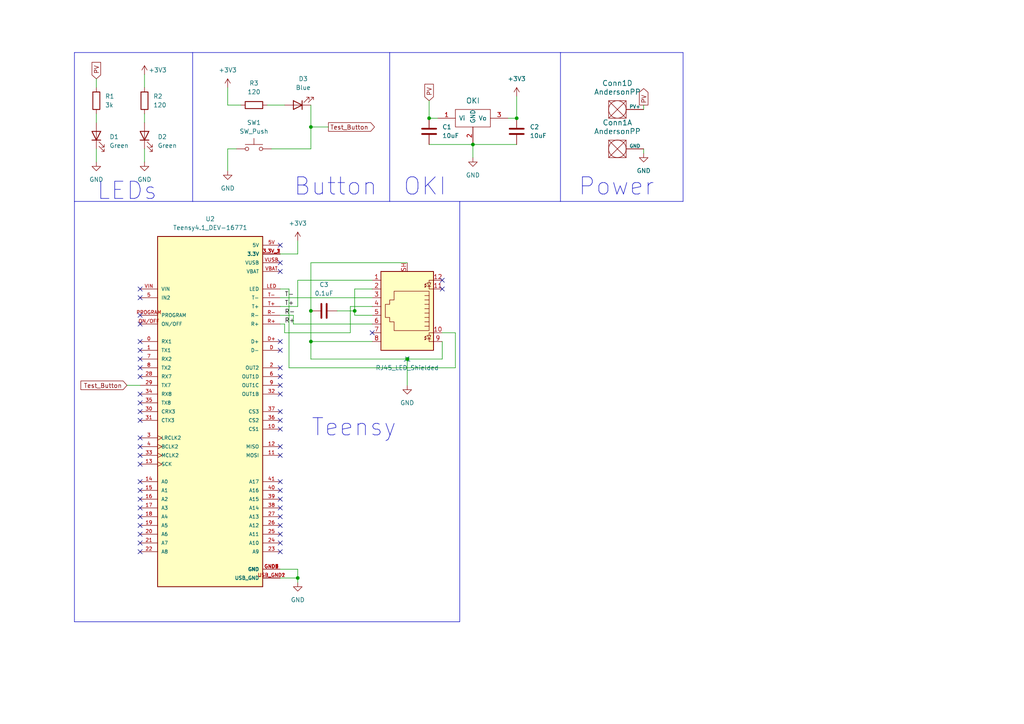
<source format=kicad_sch>
(kicad_sch (version 20230121) (generator eeschema)
  (paper "A4")
  (lib_symbols
    (symbol "Connector:RJ45_LED_Shielded" (pin_names (offset 1.016))
      (property "Reference" "J" (at -5.08 13.97 0))
      (property "Value" "RJ45_LED_Shielded" (at 1.27 13.97 0))
      (symbol "RJ45_LED_Shielded_0_1"
        (polyline (pts (xy -7.62 -7.62) (xy -6.35 -7.62)))
        (polyline (pts (xy -7.62 -5.08) (xy -6.35 -5.08)))
        (polyline (pts (xy -7.62 7.62) (xy -6.35 7.62)))
        (polyline (pts (xy -7.62 10.16) (xy -6.35 10.16)))
        (polyline (pts (xy -6.858 -5.842) (xy -5.842 -5.842)))
        (polyline (pts (xy -6.858 9.398) (xy -5.842 9.398)))
        (polyline (pts (xy -6.35 -7.62) (xy -6.35 -6.858)))
        (polyline (pts (xy -6.35 -5.08) (xy -6.35 -5.842)))
        (polyline (pts (xy -6.35 7.62) (xy -6.35 8.382)))
        (polyline (pts (xy -6.35 10.16) (xy -6.35 9.398)))
        (polyline (pts (xy -5.08 -6.223) (xy -5.207 -6.604)))
        (polyline (pts (xy -5.08 -5.588) (xy -5.207 -5.969)))
        (polyline (pts (xy -5.08 4.445) (xy -6.35 4.445)))
        (polyline (pts (xy -5.08 5.715) (xy -6.35 5.715)))
        (polyline (pts (xy -5.08 9.017) (xy -5.207 8.636)))
        (polyline (pts (xy -5.08 9.652) (xy -5.207 9.271)))
        (polyline (pts (xy -6.35 -3.175) (xy -5.08 -3.175) (xy -5.08 -3.175)))
        (polyline (pts (xy -6.35 -1.905) (xy -5.08 -1.905) (xy -5.08 -1.905)))
        (polyline (pts (xy -6.35 -0.635) (xy -5.08 -0.635) (xy -5.08 -0.635)))
        (polyline (pts (xy -6.35 0.635) (xy -5.08 0.635) (xy -5.08 0.635)))
        (polyline (pts (xy -6.35 1.905) (xy -5.08 1.905) (xy -5.08 1.905)))
        (polyline (pts (xy -5.588 -6.731) (xy -5.08 -6.223) (xy -5.461 -6.35)))
        (polyline (pts (xy -5.588 -6.096) (xy -5.08 -5.588) (xy -5.461 -5.715)))
        (polyline (pts (xy -5.588 8.509) (xy -5.08 9.017) (xy -5.461 8.89)))
        (polyline (pts (xy -5.588 9.144) (xy -5.08 9.652) (xy -5.461 9.525)))
        (polyline (pts (xy -5.08 3.175) (xy -6.35 3.175) (xy -6.35 3.175)))
        (polyline (pts (xy -6.35 -5.842) (xy -6.858 -6.858) (xy -5.842 -6.858) (xy -6.35 -5.842)))
        (polyline (pts (xy -6.35 9.398) (xy -6.858 8.382) (xy -5.842 8.382) (xy -6.35 9.398)))
        (polyline (pts (xy -6.35 -4.445) (xy -6.35 6.985) (xy 3.81 6.985) (xy 3.81 4.445) (xy 5.08 4.445) (xy 5.08 3.175) (xy 6.35 3.175) (xy 6.35 -0.635) (xy 5.08 -0.635) (xy 5.08 -1.905) (xy 3.81 -1.905) (xy 3.81 -4.445) (xy -6.35 -4.445) (xy -6.35 -4.445)))
        (rectangle (start 7.62 12.7) (end -7.62 -10.16) (stroke (width 0.254)) (fill (type background)))
      )
      (symbol "RJ45_LED_Shielded_1_1"
        (pin passive line (at 10.16 -7.62 180) (length 2.54) (name "~") (number "1"))
        (pin passive line (at -10.16 7.62 0) (length 2.54) (name "~") (number "10"))
        (pin passive line (at -10.16 -5.08 0) (length 2.54) (name "~") (number "11"))
        (pin passive line (at -10.16 -7.62 0) (length 2.54) (name "~") (number "12"))
        (pin passive line (at 10.16 -5.08 180) (length 2.54) (name "~") (number "2"))
        (pin passive line (at 10.16 -2.54 180) (length 2.54) (name "~") (number "3"))
        (pin passive line (at 10.16 0 180) (length 2.54) (name "~") (number "4"))
        (pin passive line (at 10.16 2.54 180) (length 2.54) (name "~") (number "5"))
        (pin passive line (at 10.16 5.08 180) (length 2.54) (name "~") (number "6"))
        (pin passive line (at 10.16 7.62 180) (length 2.54) (name "~") (number "7"))
        (pin passive line (at 10.16 10.16 180) (length 2.54) (name "~") (number "8"))
        (pin passive line (at -10.16 10.16 0) (length 2.54) (name "~") (number "9"))
        (pin passive line (at 0 -12.7 90) (length 2.54) (name "~") (number "SH"))
      )
    )
    (symbol "Device:C" (pin_numbers hide) (pin_names (offset 0.254))
      (property "Reference" "C" (at 0.635 2.54 0))
      (property "Value" "C" (at 0.635 -2.54 0))
      (symbol "C_0_1"
        (polyline (pts (xy -2.032 -0.762) (xy 2.032 -0.762)) (stroke (width 0.508)))
        (polyline (pts (xy -2.032 0.762) (xy 2.032 0.762)) (stroke (width 0.508)))
      )
      (symbol "C_1_1"
        (pin passive line (at 0 3.81 270) (length 2.794) (name "~") (number "1"))
        (pin passive line (at 0 -3.81 90) (length 2.794) (name "~") (number "2"))
      )
    )
    (symbol "Device:LED" (pin_numbers hide) (pin_names (offset 1.016) hide)
      (property "Reference" "D" (at 0 2.54 0))
      (property "Value" "LED" (at 0 -2.54 0))
      (symbol "LED_0_1"
        (polyline (pts (xy -1.27 -1.27) (xy -1.27 1.27)) (stroke (width 0.254)))
        (polyline (pts (xy -1.27 0) (xy 1.27 0)))
        (polyline (pts (xy 1.27 -1.27) (xy 1.27 1.27) (xy -1.27 0) (xy 1.27 -1.27)) (stroke (width 0.254)))
        (polyline (pts (xy -3.048 -0.762) (xy -4.572 -2.286) (xy -3.81 -2.286) (xy -4.572 -2.286) (xy -4.572 -1.524)))
        (polyline (pts (xy -1.778 -0.762) (xy -3.302 -2.286) (xy -2.54 -2.286) (xy -3.302 -2.286) (xy -3.302 -1.524)))
      )
      (symbol "LED_1_1"
        (pin passive line (at -3.81 0 0) (length 2.54) (name "K") (number "1"))
        (pin passive line (at 3.81 0 180) (length 2.54) (name "A") (number "2"))
      )
    )
    (symbol "Device:R" (pin_numbers hide) (pin_names (offset 0))
      (property "Reference" "R" (at 2.032 0 90))
      (property "Value" "R" (at 0 0 90))
      (symbol "R_0_1"
        (rectangle (start -1.016 -2.54) (end 1.016 2.54) (stroke (width 0.254)))
      )
      (symbol "R_1_1"
        (pin passive line (at 0 3.81 270) (length 1.27) (name "~") (number "1"))
        (pin passive line (at 0 -3.81 90) (length 1.27) (name "~") (number "2"))
      )
    )
    (symbol "MRDT_Connectors:AndersonPP" (pin_numbers hide) (pin_names (offset 0))
      (property "Reference" "Conn" (at 3.81 -1.27 0))
      (property "Value" "AndersonPP" (at 2.54 6.35 0))
      (symbol "AndersonPP_0_1"
        (polyline (pts (xy 0 5.08) (xy 5.08 0)))
        (polyline (pts (xy 5.08 5.08) (xy 0 0)))
        (rectangle (start 0 0) (end 5.08 5.08))
        (circle (center 2.54 2.54) (radius 2.54))
      )
      (symbol "AndersonPP_1_1"
        (pin input line (at 10.16 2.54 180) (length 5.08) (name "GND") (number "1"))
      )
      (symbol "AndersonPP_2_1"
        (pin input line (at 10.16 2.54 180) (length 5.08) (name "V+Log") (number "2"))
      )
      (symbol "AndersonPP_3_1"
        (pin input line (at 10.16 2.54 180) (length 5.08) (name "V+Act") (number "3"))
      )
      (symbol "AndersonPP_4_1"
        (pin input line (at 10.16 2.54 180) (length 5.08) (name "PV+") (number "4"))
      )
      (symbol "AndersonPP_5_1"
        (pin input line (at 10.16 2.54 180) (length 5.08) (name "~") (number "1"))
      )
    )
    (symbol "MRDT_Devices:OKI" (pin_names (offset 1.016))
      (property "Value" "OKI" (at 5.08 6.35 0))
      (symbol "OKI_0_1"
        (rectangle (start 0 0) (end 10.16 5.08))
      )
      (symbol "OKI_1_1"
        (pin input line (at -5.08 2.54 0) (length 5.08) (name "Vi") (number "1"))
        (pin output line (at 5.08 -5.08 90) (length 5.08) (name "GND") (number "2"))
        (pin output line (at 15.24 2.54 180) (length 5.08) (name "Vo") (number "3"))
      )
    )
    (symbol "MRDT_Shields:Teensy4.1_DEV-16771" (pin_names (offset 1.016))
      (property "Reference" "U" (at -15.24 52.07 0))
      (property "Value" "Teensy4.1_DEV-16771" (at -15.24 -53.34 0))
      (symbol "Teensy4.1_DEV-16771_0_0"
        (rectangle (start -15.24 -50.8) (end 15.24 50.8) (stroke (width 0.254)) (fill (type background)))
        (pin bidirectional line (at -20.32 20.32 0) (length 5.08) (name "RX1") (number "0"))
        (pin bidirectional line (at -20.32 17.78 0) (length 5.08) (name "TX1") (number "1"))
        (pin bidirectional line (at 20.32 -5.08 180) (length 5.08) (name "CS1") (number "10"))
        (pin bidirectional line (at 20.32 -12.7 180) (length 5.08) (name "MOSI") (number "11"))
        (pin bidirectional line (at 20.32 -10.16 180) (length 5.08) (name "MISO") (number "12"))
        (pin bidirectional clock (at -20.32 -15.24 0) (length 5.08) (name "SCK") (number "13"))
        (pin bidirectional line (at -20.32 -20.32 0) (length 5.08) (name "A0") (number "14"))
        (pin bidirectional line (at -20.32 -22.86 0) (length 5.08) (name "A1") (number "15"))
        (pin bidirectional line (at -20.32 -25.4 0) (length 5.08) (name "A2") (number "16"))
        (pin bidirectional line (at -20.32 -27.94 0) (length 5.08) (name "A3") (number "17"))
        (pin bidirectional line (at -20.32 -30.48 0) (length 5.08) (name "A4") (number "18"))
        (pin bidirectional line (at -20.32 -33.02 0) (length 5.08) (name "A5") (number "19"))
        (pin output line (at 20.32 12.7 180) (length 5.08) (name "OUT2") (number "2"))
        (pin bidirectional line (at -20.32 -35.56 0) (length 5.08) (name "A6") (number "20"))
        (pin bidirectional line (at -20.32 -38.1 0) (length 5.08) (name "A7") (number "21"))
        (pin bidirectional line (at -20.32 -40.64 0) (length 5.08) (name "A8") (number "22"))
        (pin bidirectional line (at 20.32 -40.64 180) (length 5.08) (name "A9") (number "23"))
        (pin bidirectional line (at 20.32 -38.1 180) (length 5.08) (name "A10") (number "24"))
        (pin bidirectional line (at 20.32 -35.56 180) (length 5.08) (name "A11") (number "25"))
        (pin bidirectional line (at 20.32 -33.02 180) (length 5.08) (name "A12") (number "26"))
        (pin bidirectional line (at 20.32 -30.48 180) (length 5.08) (name "A13") (number "27"))
        (pin bidirectional line (at -20.32 10.16 0) (length 5.08) (name "RX7") (number "28"))
        (pin bidirectional line (at -20.32 7.62 0) (length 5.08) (name "TX7") (number "29"))
        (pin bidirectional clock (at -20.32 -7.62 0) (length 5.08) (name "LRCLK2") (number "3"))
        (pin power_in line (at 20.32 45.72 180) (length 5.08) (name "3.3V") (number "3.3V_1"))
        (pin power_in line (at 20.32 45.72 180) (length 5.08) (name "3.3V") (number "3.3V_2"))
        (pin power_in line (at 20.32 45.72 180) (length 5.08) (name "3.3V") (number "3.3V_3"))
        (pin bidirectional line (at -20.32 0 0) (length 5.08) (name "CRX3") (number "30"))
        (pin bidirectional line (at -20.32 -2.54 0) (length 5.08) (name "CTX3") (number "31"))
        (pin output line (at 20.32 5.08 180) (length 5.08) (name "OUT1B") (number "32"))
        (pin bidirectional clock (at -20.32 -12.7 0) (length 5.08) (name "MCLK2") (number "33"))
        (pin bidirectional line (at -20.32 5.08 0) (length 5.08) (name "RX8") (number "34"))
        (pin bidirectional line (at -20.32 2.54 0) (length 5.08) (name "TX8") (number "35"))
        (pin bidirectional line (at 20.32 -2.54 180) (length 5.08) (name "CS2") (number "36"))
        (pin bidirectional line (at 20.32 0 180) (length 5.08) (name "CS3") (number "37"))
        (pin bidirectional line (at 20.32 -27.94 180) (length 5.08) (name "A14") (number "38"))
        (pin bidirectional line (at 20.32 -25.4 180) (length 5.08) (name "A15") (number "39"))
        (pin bidirectional clock (at -20.32 -10.16 0) (length 5.08) (name "BCLK2") (number "4"))
        (pin bidirectional line (at 20.32 -22.86 180) (length 5.08) (name "A16") (number "40"))
        (pin bidirectional line (at 20.32 -20.32 180) (length 5.08) (name "A17") (number "41"))
        (pin bidirectional line (at -20.32 33.02 0) (length 5.08) (name "IN2") (number "5"))
        (pin power_in line (at 20.32 48.26 180) (length 5.08) (name "5V") (number "5V"))
        (pin output line (at 20.32 10.16 180) (length 5.08) (name "OUT1D") (number "6"))
        (pin bidirectional line (at -20.32 15.24 0) (length 5.08) (name "RX2") (number "7"))
        (pin bidirectional line (at -20.32 12.7 0) (length 5.08) (name "TX2") (number "8"))
        (pin output line (at 20.32 7.62 180) (length 5.08) (name "OUT1C") (number "9"))
        (pin bidirectional line (at 20.32 17.78 180) (length 5.08) (name "D-") (number "D"))
        (pin bidirectional line (at 20.32 20.32 180) (length 5.08) (name "D+") (number "D+"))
        (pin power_in line (at 20.32 -45.72 180) (length 5.08) (name "GND") (number "GND1"))
        (pin power_in line (at 20.32 -45.72 180) (length 5.08) (name "GND") (number "GND2"))
        (pin power_in line (at 20.32 -45.72 180) (length 5.08) (name "GND") (number "GND3"))
        (pin power_in line (at 20.32 -45.72 180) (length 5.08) (name "GND") (number "GND4"))
        (pin power_in line (at 20.32 -45.72 180) (length 5.08) (name "GND") (number "GND5"))
        (pin bidirectional line (at 20.32 35.56 180) (length 5.08) (name "LED") (number "LED"))
        (pin bidirectional line (at -20.32 25.4 0) (length 5.08) (name "ON/OFF") (number "ON/OFF"))
        (pin bidirectional line (at -20.32 27.94 0) (length 5.08) (name "PROGRAM") (number "PROGRAM"))
        (pin bidirectional line (at 20.32 25.4 180) (length 5.08) (name "R+") (number "R+"))
        (pin bidirectional line (at 20.32 27.94 180) (length 5.08) (name "R-") (number "R-"))
        (pin bidirectional line (at 20.32 30.48 180) (length 5.08) (name "T+") (number "T+"))
        (pin bidirectional line (at 20.32 33.02 180) (length 5.08) (name "T-") (number "T-"))
        (pin power_in line (at 20.32 -48.26 180) (length 5.08) (name "USB_GND") (number "USB_GND1"))
        (pin power_in line (at 20.32 -48.26 180) (length 5.08) (name "USB_GND") (number "USB_GND2"))
        (pin passive line (at 20.32 40.64 180) (length 5.08) (name "VBAT") (number "VBAT"))
        (pin input line (at -20.32 35.56 0) (length 5.08) (name "VIN") (number "VIN"))
        (pin passive line (at 20.32 43.18 180) (length 5.08) (name "VUSB") (number "VUSB"))
      )
    )
    (symbol "Switch:SW_Push" (pin_numbers hide) (pin_names (offset 1.016) hide)
      (property "Reference" "SW" (at 1.27 2.54 0))
      (property "Value" "SW_Push" (at 0 -1.524 0))
      (symbol "SW_Push_0_1"
        (circle (center -2.032 0) (radius 0.508))
        (polyline (pts (xy 0 1.27) (xy 0 3.048)))
        (polyline (pts (xy 2.54 1.27) (xy -2.54 1.27)))
        (circle (center 2.032 0) (radius 0.508))
        (pin passive line (at -5.08 0 0) (length 2.54) (name "1") (number "1"))
        (pin passive line (at 5.08 0 180) (length 2.54) (name "2") (number "2"))
      )
    )
    (symbol "power:+3V3" (power) (pin_names (offset 0))
      (property "Value" "+3V3" (at 0 3.556 0))
      (symbol "+3V3_0_1"
        (polyline (pts (xy -0.762 1.27) (xy 0 2.54)))
        (polyline (pts (xy 0 0) (xy 0 2.54)))
        (polyline (pts (xy 0 2.54) (xy 0.762 1.27)))
      )
      (symbol "+3V3_1_1"
        (pin power_in line (at 0 0 90) (length 0) hide (name "+3V3") (number "1"))
      )
    )
    (symbol "power:GND" (power) (pin_names (offset 0))
      (property "Value" "GND" (at 0 -3.81 0))
      (symbol "GND_0_1"
        (polyline (pts (xy 0 0) (xy 0 -1.27) (xy 1.27 -1.27) (xy 0 -2.54) (xy -1.27 -1.27) (xy 0 -1.27)))
      )
      (symbol "GND_1_1"
        (pin power_in line (at 0 0 270) (length 0) hide (name "GND") (number "1"))
      )
    )
  )
  (junction (at 90.17 36.83))
  (junction (at 149.86 34.29))
  (junction (at 86.36 167.64))
  (junction (at 90.17 90.17))
  (junction (at 137.16 41.91))
  (junction (at 102.87 90.17))
  (junction (at 124.46 34.29))
  (junction (at 90.17 99.06))
  (junction (at 118.11 104.14))
  (no_connect (at 81.28 109.22))
  (no_connect (at 40.64 152.4))
  (no_connect (at 40.64 114.3))
  (no_connect (at 40.64 101.6))
  (no_connect (at 81.28 157.48))
  (no_connect (at 40.64 157.48))
  (no_connect (at 81.28 119.38))
  (no_connect (at 40.64 106.68))
  (no_connect (at 40.64 142.24))
  (no_connect (at 81.28 101.6))
  (no_connect (at 81.28 147.32))
  (no_connect (at 40.64 129.54))
  (no_connect (at 81.28 139.7))
  (no_connect (at 40.64 139.7))
  (no_connect (at 81.28 142.24))
  (no_connect (at 107.95 96.52))
  (no_connect (at 40.64 99.06))
  (no_connect (at 81.28 121.92))
  (no_connect (at 40.64 119.38))
  (no_connect (at 40.64 116.84))
  (no_connect (at 40.64 147.32))
  (no_connect (at 81.28 124.46))
  (no_connect (at 128.27 83.82))
  (no_connect (at 40.64 91.44))
  (no_connect (at 81.28 76.2))
  (no_connect (at 40.64 109.22))
  (no_connect (at 81.28 132.08))
  (no_connect (at 40.64 93.98))
  (no_connect (at 81.28 78.74))
  (no_connect (at 81.28 129.54))
  (no_connect (at 81.28 160.02))
  (no_connect (at 40.64 144.78))
  (no_connect (at 40.64 83.82))
  (no_connect (at 81.28 71.12))
  (no_connect (at 81.28 144.78))
  (no_connect (at 40.64 86.36))
  (no_connect (at 40.64 160.02))
  (no_connect (at 81.28 152.4))
  (no_connect (at 81.28 149.86))
  (no_connect (at 40.64 132.08))
  (no_connect (at 81.28 99.06))
  (no_connect (at 40.64 154.94))
  (no_connect (at 40.64 104.14))
  (no_connect (at 81.28 111.76))
  (no_connect (at 40.64 127))
  (no_connect (at 40.64 121.92))
  (no_connect (at 128.27 81.28))
  (no_connect (at 40.64 149.86))
  (no_connect (at 81.28 106.68))
  (no_connect (at 81.28 114.3))
  (no_connect (at 81.28 154.94))
  (no_connect (at 40.64 134.62))
  (wire (pts (xy 81.28 91.44) (xy 85.09 91.44)))
  (wire (pts (xy 90.17 90.17) (xy 90.17 99.06)))
  (wire (pts (xy 149.86 41.91) (xy 137.16 41.91)))
  (polyline (pts (xy 21.59 58.42) (xy 55.88 58.42)))
  (wire (pts (xy 82.55 93.98) (xy 82.55 96.52)))
  (wire (pts (xy 86.36 88.9) (xy 86.36 81.28)))
  (wire (pts (xy 27.94 22.86) (xy 27.94 25.4)))
  (wire (pts (xy 124.46 34.29) (xy 127 34.29)))
  (polyline (pts (xy 113.03 58.42) (xy 55.88 58.42)))
  (wire (pts (xy 86.36 69.85) (xy 86.36 73.66)))
  (wire (pts (xy 118.11 104.14) (xy 118.11 111.76)))
  (wire (pts (xy 86.36 73.66) (xy 81.28 73.66)))
  (wire (pts (xy 90.17 99.06) (xy 107.95 99.06)))
  (wire (pts (xy 107.95 83.82) (xy 102.87 83.82)))
  (wire (pts (xy 81.28 86.36) (xy 107.95 86.36)))
  (wire (pts (xy 137.16 41.91) (xy 137.16 45.72)))
  (polyline (pts (xy 113.03 58.42) (xy 162.56 58.42)))
  (wire (pts (xy 86.36 165.1) (xy 86.36 167.64)))
  (wire (pts (xy 66.04 25.4) (xy 66.04 30.48)))
  (wire (pts (xy 90.17 76.2) (xy 118.11 76.2)))
  (wire (pts (xy 86.36 167.64) (xy 86.36 168.91)))
  (polyline (pts (xy 21.59 15.24) (xy 21.59 58.42)))
  (polyline (pts (xy 162.56 15.24) (xy 198.12 15.24)))
  (polyline (pts (xy 198.12 15.24) (xy 198.12 58.42)))
  (wire (pts (xy 90.17 104.14) (xy 118.11 104.14)))
  (wire (pts (xy 102.87 83.82) (xy 102.87 90.17)))
  (wire (pts (xy 90.17 90.17) (xy 90.17 76.2)))
  (wire (pts (xy 27.94 33.02) (xy 27.94 35.56)))
  (wire (pts (xy 90.17 99.06) (xy 90.17 104.14)))
  (polyline (pts (xy 21.59 15.24) (xy 55.88 15.24)))
  (wire (pts (xy 132.08 96.52) (xy 128.27 96.52)))
  (wire (pts (xy 81.28 93.98) (xy 82.55 93.98)))
  (polyline (pts (xy 133.35 58.42) (xy 133.35 180.34)))
  (wire (pts (xy 27.94 43.18) (xy 27.94 46.99)))
  (wire (pts (xy 36.83 111.76) (xy 40.64 111.76)))
  (wire (pts (xy 83.82 106.68) (xy 132.08 106.68)))
  (polyline (pts (xy 55.88 15.24) (xy 113.03 15.24)))
  (wire (pts (xy 83.82 83.82) (xy 83.82 106.68)))
  (polyline (pts (xy 198.12 58.42) (xy 162.56 58.42)))
  (wire (pts (xy 81.28 88.9) (xy 86.36 88.9)))
  (wire (pts (xy 81.28 165.1) (xy 86.36 165.1)))
  (wire (pts (xy 41.91 21.59) (xy 41.91 25.4)))
  (wire (pts (xy 124.46 41.91) (xy 137.16 41.91)))
  (wire (pts (xy 81.28 167.64) (xy 86.36 167.64)))
  (wire (pts (xy 128.27 104.14) (xy 128.27 99.06)))
  (wire (pts (xy 101.6 88.9) (xy 107.95 88.9)))
  (wire (pts (xy 66.04 30.48) (xy 69.85 30.48)))
  (polyline (pts (xy 55.88 58.42) (xy 55.88 15.24)))
  (polyline (pts (xy 162.56 58.42) (xy 162.56 15.24)))
  (polyline (pts (xy 21.59 180.34) (xy 21.59 58.42)))
  (wire (pts (xy 118.11 104.14) (xy 128.27 104.14)))
  (wire (pts (xy 101.6 96.52) (xy 101.6 88.9)))
  (wire (pts (xy 132.08 106.68) (xy 132.08 96.52)))
  (wire (pts (xy 102.87 90.17) (xy 97.79 90.17)))
  (wire (pts (xy 90.17 36.83) (xy 90.17 43.18)))
  (wire (pts (xy 66.04 43.18) (xy 66.04 49.53)))
  (wire (pts (xy 82.55 96.52) (xy 101.6 96.52)))
  (wire (pts (xy 124.46 29.21) (xy 124.46 34.29)))
  (wire (pts (xy 86.36 81.28) (xy 107.95 81.28)))
  (polyline (pts (xy 162.56 15.24) (xy 113.03 15.24)))
  (wire (pts (xy 186.69 30.48) (xy 186.69 31.75)))
  (wire (pts (xy 107.95 91.44) (xy 102.87 91.44)))
  (wire (pts (xy 186.69 43.18) (xy 186.69 44.45)))
  (wire (pts (xy 147.32 34.29) (xy 149.86 34.29)))
  (wire (pts (xy 41.91 43.18) (xy 41.91 46.99)))
  (wire (pts (xy 68.58 43.18) (xy 66.04 43.18)))
  (wire (pts (xy 90.17 30.48) (xy 90.17 36.83)))
  (wire (pts (xy 77.47 30.48) (xy 82.55 30.48)))
  (wire (pts (xy 85.09 93.98) (xy 85.09 91.44)))
  (wire (pts (xy 90.17 43.18) (xy 78.74 43.18)))
  (wire (pts (xy 41.91 33.02) (xy 41.91 35.56)))
  (wire (pts (xy 102.87 91.44) (xy 102.87 90.17)))
  (wire (pts (xy 90.17 36.83) (xy 95.25 36.83)))
  (polyline (pts (xy 113.03 15.24) (xy 113.03 58.42)))
  (polyline (pts (xy 133.35 180.34) (xy 21.59 180.34)))
  (wire (pts (xy 81.28 83.82) (xy 83.82 83.82)))
  (wire (pts (xy 85.09 93.98) (xy 107.95 93.98)))
  (wire (pts (xy 149.86 27.94) (xy 149.86 34.29)))
  (text "OKI" (at 116.84 57.15 0) (effects (font (size 5 5)) (justify left bottom)))
  (text "Teensy" (at 90.17 127 0) (effects (font (size 5 5)) (justify left bottom)))
  (text "Button" (at 85.09 57.15 0) (effects (font (size 5 5)) (justify left bottom)))
  (text "Power" (at 167.64 57.15 0) (effects (font (size 5 5)) (justify left bottom)))
  (text "LEDs" (at 27.94 58.42 0) (effects (font (size 5 5)) (justify left bottom)))
  (label "R-" (at 82.55 91.44 0))
  (label "T-" (at 82.55 86.36 0))
  (label "T+" (at 82.55 88.9 0))
  (label "R+" (at 82.55 93.98 0))
  (global_label "PV" (shape output) (at 186.69 30.48 90) (property "Intersheetrefs" "${INTERSHEET_REFS}" (effects hide)))
  (global_label "PV" (shape input) (at 27.94 22.86 90) (property "Intersheetrefs" "${INTERSHEET_REFS}" (effects hide)))
  (global_label "Test_Button" (shape input) (at 36.83 111.76 180) (property "Intersheetrefs" "${INTERSHEET_REFS}" (effects hide)))
  (global_label "PV" (shape input) (at 124.46 29.21 90) (property "Intersheetrefs" "${INTERSHEET_REFS}" (effects hide)))
  (global_label "Test_Button" (shape output) (at 95.25 36.83 0) (property "Intersheetrefs" "${INTERSHEET_REFS}" (effects hide)))
  (symbol (lib_id "Device:C") (at 124.46 38.1 0) (unit 1)
    (property "Reference" "C1" (at 128.27 36.83 0) (effects (justify left)))
    (property "Value" "10uF" (at 128.27 39.37 0) (effects (justify left)))
    (property "Footprint" "Capacitor_SMD:C_0603_1608Metric_Pad1.08x0.95mm_HandSolder" (effects hide))
  )
  (symbol (lib_id "power:+3V3") (at 66.04 25.4 0) (unit 1)
    (property "Reference" "#PWR010" (effects hide))
    (property "Value" "+3V3" (at 66.04 20.32 0))
  )
  (symbol (lib_id "power:GND") (at 86.36 168.91 0) (unit 1)
    (property "Reference" "#PWR08" (effects hide))
    (property "Value" "GND" (at 86.36 173.99 0))
  )
  (symbol (lib_id "Connector:RJ45_LED_Shielded") (at 118.11 88.9 180) (unit 1)
    (property "Reference" "J1" (at 118.11 104.14 0))
    (property "Value" "RJ45_LED_Shielded" (at 118.11 106.68 0))
    (property "Footprint" "MRDT_Connectors:RJ45_Teensy" (effects hide))
  )
  (symbol (lib_id "power:+3V3") (at 149.86 27.94 0) (unit 1)
    (property "Reference" "#PWR03" (effects hide))
    (property "Value" "+3V3" (at 149.86 22.86 0))
  )
  (symbol (lib_id "Device:R") (at 41.91 29.21 0) (unit 1)
    (property "Reference" "R2" (at 44.45 27.94 0) (effects (justify left)))
    (property "Value" "120" (at 44.45 30.48 0) (effects (justify left)))
    (property "Footprint" "Resistor_SMD:R_0603_1608Metric_Pad0.98x0.95mm_HandSolder" (effects hide))
  )
  (symbol (lib_id "MRDT_Connectors:AndersonPP") (at 176.53 34.29 0) (unit 4)
    (property "Reference" "Conn1" (at 179.07 24.13 0) (effects (font (size 1.524 1.524))))
    (property "Value" "AndersonPP" (at 179.07 26.67 0) (effects (font (size 1.524 1.524))))
    (property "Footprint" "MRDT_Connectors:Square_Anderson_2_H_Side_By_Side_PV" (effects hide))
  )
  (symbol (lib_id "power:+3V3") (at 86.36 69.85 0) (unit 1)
    (property "Reference" "#PWR07" (effects hide))
    (property "Value" "+3V3" (at 86.36 64.77 0))
  )
  (symbol (lib_id "MRDT_Shields:Teensy4.1_DEV-16771") (at 60.96 119.38 0) (unit 1)
    (property "Reference" "U2" (at 60.96 63.5 0))
    (property "Value" "Teensy4.1_DEV-16771" (at 60.96 66.04 0))
    (property "Footprint" "MRDT_Shields:Teensy_4_1_Ethernet" (effects hide))
    (property "STANDARD" "Manufacturer recommendations" (effects hide))
    (property "MAXIMUM_PACKAGE_HEIGHT" "4.07mm" (effects hide))
    (property "MANUFACTURER" "SparkFun Electronics" (effects hide))
    (property "PARTREV" "4.1" (effects hide))
  )
  (symbol (lib_id "Device:R") (at 27.94 29.21 0) (unit 1)
    (property "Reference" "R1" (at 30.48 27.94 0) (effects (justify left)))
    (property "Value" "3k" (at 30.48 30.48 0) (effects (justify left)))
    (property "Footprint" "Resistor_SMD:R_0603_1608Metric_Pad0.98x0.95mm_HandSolder" (effects hide))
  )
  (symbol (lib_id "power:GND") (at 66.04 49.53 0) (unit 1)
    (property "Reference" "#PWR011" (effects hide))
    (property "Value" "GND" (at 66.04 54.61 0))
  )
  (symbol (lib_id "Switch:SW_Push") (at 73.66 43.18 0) (unit 1)
    (property "Reference" "SW1" (at 73.66 35.56 0))
    (property "Value" "SW_Push" (at 73.66 38.1 0))
    (property "Footprint" "Button_Switch_SMD:SW_SPST_TL3305A" (effects hide))
  )
  (symbol (lib_id "MRDT_Connectors:AndersonPP") (at 176.53 45.72 0) (unit 1)
    (property "Reference" "Conn1" (at 179.07 35.56 0) (effects (font (size 1.524 1.524))))
    (property "Value" "AndersonPP" (at 179.07 38.1 0) (effects (font (size 1.524 1.524))))
    (property "Footprint" "MRDT_Connectors:Square_Anderson_2_H_Side_By_Side_PV" (effects hide))
  )
  (symbol (lib_id "power:GND") (at 27.94 46.99 0) (unit 1)
    (property "Reference" "#PWR05" (effects hide))
    (property "Value" "GND" (at 27.94 52.07 0))
  )
  (symbol (lib_id "Device:C") (at 93.98 90.17 90) (unit 1)
    (property "Reference" "C3" (at 93.98 82.55 90))
    (property "Value" "0.1uF" (at 93.98 85.09 90))
    (property "Footprint" "Capacitor_SMD:C_0603_1608Metric_Pad1.08x0.95mm_HandSolder" (effects hide))
  )
  (symbol (lib_id "power:GND") (at 118.11 111.76 0) (unit 1)
    (property "Reference" "#PWR09" (effects hide))
    (property "Value" "GND" (at 118.11 116.84 0))
  )
  (symbol (lib_id "power:GND") (at 137.16 45.72 0) (unit 1)
    (property "Reference" "#PWR02" (effects hide))
    (property "Value" "GND" (at 137.16 50.8 0))
  )
  (symbol (lib_id "power:GND") (at 186.69 44.45 0) (unit 1)
    (property "Reference" "#PWR01" (effects hide))
    (property "Value" "GND" (at 186.69 49.53 0))
  )
  (symbol (lib_id "power:GND") (at 41.91 46.99 0) (unit 1)
    (property "Reference" "#PWR04" (effects hide))
    (property "Value" "GND" (at 41.91 52.07 0))
  )
  (symbol (lib_id "Device:LED") (at 41.91 39.37 90) (unit 1)
    (property "Reference" "D2" (at 45.72 39.6875 90) (effects (justify right)))
    (property "Value" "Green" (at 45.72 42.2275 90) (effects (justify right)))
    (property "Footprint" "LED_SMD:LED_0603_1608Metric_Pad1.05x0.95mm_HandSolder" (effects hide))
  )
  (symbol (lib_id "Device:LED") (at 86.36 30.48 180) (unit 1)
    (property "Reference" "D3" (at 87.9475 22.86 0))
    (property "Value" "Blue" (at 87.9475 25.4 0))
    (property "Footprint" "LED_SMD:LED_0603_1608Metric_Pad1.05x0.95mm_HandSolder" (effects hide))
  )
  (symbol (lib_id "Device:LED") (at 27.94 39.37 90) (unit 1)
    (property "Reference" "D1" (at 31.75 39.6875 90) (effects (justify right)))
    (property "Value" "Green" (at 31.75 42.2275 90) (effects (justify right)))
    (property "Footprint" "LED_SMD:LED_0603_1608Metric_Pad1.05x0.95mm_HandSolder" (effects hide))
  )
  (symbol (lib_id "Device:C") (at 149.86 38.1 0) (unit 1)
    (property "Reference" "C2" (at 153.67 36.83 0) (effects (justify left)))
    (property "Value" "10uF" (at 153.67 39.37 0) (effects (justify left)))
    (property "Footprint" "Capacitor_SMD:C_0603_1608Metric_Pad1.08x0.95mm_HandSolder" (effects hide))
  )
  (symbol (lib_id "Device:R") (at 73.66 30.48 90) (unit 1)
    (property "Reference" "R3" (at 73.66 24.13 90))
    (property "Value" "120" (at 73.66 26.67 90))
    (property "Footprint" "Resistor_SMD:R_0603_1608Metric_Pad0.98x0.95mm_HandSolder" (effects hide))
  )
  (symbol (lib_id "MRDT_Devices:OKI") (at 132.08 36.83 0) (unit 1)
    (property "Reference" "U1" (effects hide))
    (property "Value" "OKI" (at 137.16 29.21 0) (effects (font (size 1.524 1.524))))
    (property "Footprint" "MRDT_Devices:OKI_Horizontal" (effects hide))
  )
  (symbol (lib_id "power:+3V3") (at 41.91 21.59 0) (unit 1)
    (property "Reference" "#PWR06" (effects hide))
    (property "Value" "+3V3" (at 45.72 20.32 0))
  )
)
</source>
